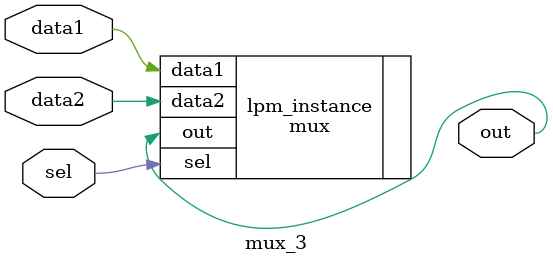
<source format=v>



module mux_3(data1,data2,sel,out);
input data1;
input data2;
input sel;
output out;

mux	lpm_instance(.data1(data1),.data2(data2),.sel(sel),.out(out));

endmodule

</source>
